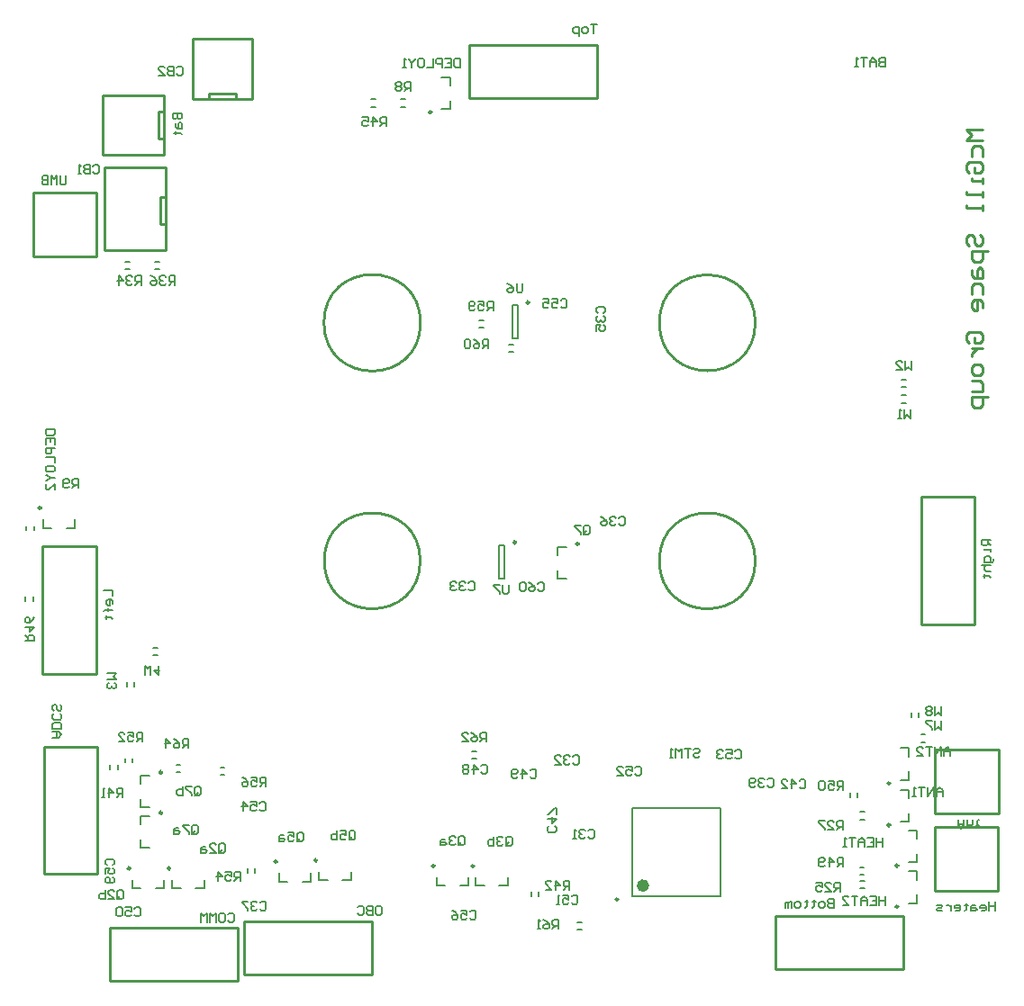
<source format=gbr>
%TF.GenerationSoftware,Altium Limited,Altium Designer,18.1.7 (191)*%
G04 Layer_Color=32896*
%FSLAX45Y45*%
%MOMM*%
%TF.FileFunction,Legend,Bot*%
%TF.Part,Single*%
G01*
G75*
%TA.AperFunction,NonConductor*%
%ADD10C,0.25400*%
%ADD72C,0.25000*%
%ADD73C,0.60000*%
%ADD74C,0.20000*%
%ADD75C,0.15000*%
D10*
X8575998Y5850000D02*
G03*
X8575998Y5850000I-450999J0D01*
G01*
X8575999Y8090000D02*
G03*
X8575999Y8090000I-450999J0D01*
G01*
X5425998Y5850000D02*
G03*
X5425998Y5850000I-450999J0D01*
G01*
X5428982Y8090000D02*
G03*
X5428982Y8090000I-453982J0D01*
G01*
X3770000Y1959193D02*
Y2459198D01*
X4969998D01*
Y1959193D02*
Y2459198D01*
X3770000Y1959193D02*
X4969998D01*
X2509998Y1900001D02*
Y2400000D01*
X3710000D01*
Y1900001D02*
Y2400000D01*
X2509998Y1900001D02*
X3710000D01*
X1889999Y2902499D02*
X2389998D01*
X1889999D02*
Y4102501D01*
X2389998D01*
Y2902499D02*
Y4102501D01*
X2384999Y8714999D02*
Y9314998D01*
X1785000D02*
X2384999D01*
X1785000Y8714999D02*
Y9314998D01*
Y8714999D02*
X2384999D01*
X2460000Y8770000D02*
X3034000D01*
X2460000D02*
Y9549999D01*
X3034000D01*
Y8770000D02*
Y9549999D01*
X2979999Y9020998D02*
X3034000D01*
X2979999D02*
Y9274998D01*
X3034000D01*
X8767501Y2512502D02*
X9967498D01*
X8767501Y2012498D02*
Y2512502D01*
Y2012498D02*
X9967498D01*
Y2512502D01*
X10260000Y2747498D02*
Y3347502D01*
Y2747498D02*
X10859999D01*
Y3347502D01*
X10260000D02*
X10859999D01*
X2444999Y9671101D02*
X3016499D01*
Y10229901D01*
X2444999Y9671101D02*
Y10229901D01*
X2965699Y9823501D02*
X3016499D01*
X2965699D02*
Y10077501D01*
X3016499D01*
X2444999Y10229901D02*
X3016499D01*
X1877502Y4787499D02*
Y5987501D01*
Y4787499D02*
X2377501D01*
X1877502Y5987501D02*
X2377501D01*
Y4787499D02*
Y5987501D01*
X10140000Y5255001D02*
Y6454999D01*
Y5255001D02*
X10639999D01*
Y6454999D01*
X10140000D02*
X10639999D01*
X3286100Y10193503D02*
Y10765003D01*
Y10193503D02*
X3844900D01*
X3286100Y10765003D02*
X3844900D01*
X3438500Y10193503D02*
Y10244303D01*
X3692500D01*
Y10193503D02*
Y10244303D01*
X3844900Y10193503D02*
Y10765003D01*
X7089999Y10207498D02*
Y10707502D01*
X5890001Y10207498D02*
X7089999D01*
X5890001D02*
Y10707502D01*
X7089999D01*
X10262499Y3474999D02*
Y4074998D01*
Y3474999D02*
X10862498D01*
Y4074998D01*
X10262499D02*
X10862498D01*
X10715000Y9905000D02*
X10562649D01*
X10613433Y9854217D01*
X10562649Y9803433D01*
X10715000D01*
X10613433Y9651082D02*
Y9727257D01*
X10638825Y9752649D01*
X10689608D01*
X10715000Y9727257D01*
Y9651082D01*
X10588041Y9498731D02*
X10562649Y9524123D01*
Y9574907D01*
X10588041Y9600299D01*
X10689608D01*
X10715000Y9574907D01*
Y9524123D01*
X10689608Y9498731D01*
X10638825D01*
Y9549515D01*
X10715000Y9447948D02*
Y9397164D01*
Y9422556D01*
X10613433D01*
Y9447948D01*
X10715000Y9320989D02*
Y9270205D01*
Y9295597D01*
X10562649D01*
Y9320989D01*
X10715000Y9194030D02*
Y9143247D01*
Y9168638D01*
X10562649D01*
Y9194030D01*
X10588041Y8813153D02*
X10562649Y8838545D01*
Y8889329D01*
X10588041Y8914721D01*
X10613433D01*
X10638825Y8889329D01*
Y8838545D01*
X10664216Y8813153D01*
X10689608D01*
X10715000Y8838545D01*
Y8889329D01*
X10689608Y8914721D01*
X10765783Y8762370D02*
X10613433D01*
Y8686194D01*
X10638825Y8660803D01*
X10689608D01*
X10715000Y8686194D01*
Y8762370D01*
X10613433Y8584627D02*
Y8533844D01*
X10638825Y8508452D01*
X10715000D01*
Y8584627D01*
X10689608Y8610019D01*
X10664216Y8584627D01*
Y8508452D01*
X10613433Y8356101D02*
Y8432277D01*
X10638825Y8457668D01*
X10689608D01*
X10715000Y8432277D01*
Y8356101D01*
Y8229142D02*
Y8279926D01*
X10689608Y8305318D01*
X10638825D01*
X10613433Y8279926D01*
Y8229142D01*
X10638825Y8203750D01*
X10664216D01*
Y8305318D01*
X10588041Y7899049D02*
X10562649Y7924441D01*
Y7975224D01*
X10588041Y8000616D01*
X10689608D01*
X10715000Y7975224D01*
Y7924441D01*
X10689608Y7899049D01*
X10638825D01*
Y7949833D01*
X10613433Y7848265D02*
X10715000D01*
X10664216D01*
X10638825Y7822874D01*
X10613433Y7797482D01*
Y7772090D01*
X10715000Y7670523D02*
Y7619739D01*
X10689608Y7594348D01*
X10638825D01*
X10613433Y7619739D01*
Y7670523D01*
X10638825Y7695915D01*
X10689608D01*
X10715000Y7670523D01*
X10613433Y7543564D02*
X10689608D01*
X10715000Y7518172D01*
Y7441997D01*
X10613433D01*
X10765783Y7391213D02*
X10613433D01*
Y7315038D01*
X10638825Y7289646D01*
X10689608D01*
X10715000Y7315038D01*
Y7391213D01*
D72*
X3000000Y3480000D02*
G03*
X3000000Y3480000I-12500J0D01*
G01*
X2700000Y2957500D02*
G03*
X2700000Y2957500I-12500J0D01*
G01*
X3077500D02*
G03*
X3077500Y2957500I-12500J0D01*
G01*
X7287500Y2665000D02*
G03*
X7287500Y2665000I-12500J0D01*
G01*
X3000000Y3860000D02*
G03*
X3000000Y3860000I-12500J0D01*
G01*
X4457500Y3032500D02*
G03*
X4457500Y3032500I-12500J0D01*
G01*
X5932500Y2980000D02*
G03*
X5932500Y2980000I-12500J0D01*
G01*
X4080000Y3020000D02*
G03*
X4080000Y3020000I-12500J0D01*
G01*
X9920000Y2982500D02*
G03*
X9920000Y2982500I-12500J0D01*
G01*
X9845000Y3757500D02*
G03*
X9845000Y3757500I-12500J0D01*
G01*
X1862500Y6347500D02*
G03*
X1862500Y6347500I-12500J0D01*
G01*
X5532500Y10072500D02*
G03*
X5532500Y10072500I-12500J0D01*
G01*
X5562500Y2980000D02*
G03*
X5562500Y2980000I-12500J0D01*
G01*
X6327500Y6025000D02*
G03*
X6327500Y6025000I-12500J0D01*
G01*
X6450000Y8282500D02*
G03*
X6450000Y8282500I-12500J0D01*
G01*
X6917500Y6010000D02*
G03*
X6917500Y6010000I-12500J0D01*
G01*
X9845000Y3365000D02*
G03*
X9845000Y3365000I-12500J0D01*
G01*
X9920000Y2597500D02*
G03*
X9920000Y2597500I-12500J0D01*
G01*
D73*
X7550000Y2795000D02*
G03*
X7550000Y2795000I-30000J0D01*
G01*
D74*
X2799999Y3150001D02*
Y3230001D01*
Y3150001D02*
X2879999D01*
X2799999Y3370001D02*
Y3450001D01*
X2879999D01*
X2937500Y2770002D02*
X3017500D01*
Y2850002D01*
X2717500Y2770002D02*
X2797500D01*
X2717500D02*
Y2850002D01*
X3802502Y2915001D02*
Y2955000D01*
X3872499Y2915001D02*
Y2955000D01*
X3315000Y2770002D02*
X3395000D01*
Y2850002D01*
X3095000Y2770002D02*
X3175000D01*
X3095000D02*
Y2850002D01*
X8250001Y2695001D02*
Y3525002D01*
X7420000D02*
X8250001D01*
X7420000Y2695001D02*
X8250001D01*
X7420000D02*
Y3525002D01*
X3132501Y3860002D02*
X3172501D01*
X3132501Y3930000D02*
X3172501D01*
X2799999Y3830000D02*
X2879999D01*
X2799999Y3750000D02*
Y3830000D01*
Y3530001D02*
X2879999D01*
X2799999D02*
Y3610000D01*
X5915000Y4060002D02*
X5955000D01*
X5915000Y3990000D02*
X5955000D01*
X4475002Y2844998D02*
Y2924998D01*
Y2844998D02*
X4555002D01*
X4775002D02*
Y2924998D01*
X4695002Y2844998D02*
X4775002D01*
X5950001Y2792501D02*
Y2872501D01*
Y2792501D02*
X6030001D01*
X6250000D02*
Y2872501D01*
X6170000Y2792501D02*
X6250000D01*
X3547501Y3834999D02*
X3587501D01*
X3547501Y3905001D02*
X3587501D01*
X4097503Y2832501D02*
Y2912501D01*
Y2832501D02*
X4177502D01*
X4397502D02*
Y2912501D01*
X4317502Y2832501D02*
X4397502D01*
X6472499Y2697500D02*
Y2737500D01*
X6542502Y2697500D02*
Y2737500D01*
X2650002Y3952499D02*
Y3992499D01*
X2720000Y3952499D02*
Y3992499D01*
X9540001Y3630000D02*
Y3670000D01*
X9469999Y3630000D02*
Y3670000D01*
X9557502Y2895001D02*
X9597502D01*
X9557502Y2964998D02*
X9597502D01*
X1714998Y5472501D02*
Y5512501D01*
X1785000Y5472501D02*
Y5512501D01*
X4967498Y10192502D02*
X5007498D01*
X4967498Y10122499D02*
X5007498D01*
X10095001Y3232501D02*
Y3312500D01*
X10015002D02*
X10095001D01*
Y3012501D02*
Y3092501D01*
X10015002Y3012501D02*
X10095001D01*
X10020000Y4007500D02*
Y4087500D01*
X9940000D02*
X10020000D01*
Y3787501D02*
Y3867501D01*
X9940000Y3787501D02*
X10020000D01*
X2100001Y6159998D02*
X2180001D01*
Y6239998D01*
X1880001Y6159998D02*
X1960001D01*
X1880001D02*
Y6239998D01*
X5707502Y10322499D02*
Y10402499D01*
X5627502D02*
X5707502D01*
Y10102499D02*
Y10182499D01*
X5627502Y10102499D02*
X5707502D01*
X5579999Y2792501D02*
Y2872501D01*
Y2792501D02*
X5659999D01*
X5879998D02*
Y2872501D01*
X5799999Y2792501D02*
X5879998D01*
X6170000Y5687502D02*
Y5997499D01*
X6219998Y5687502D02*
Y5997499D01*
X6170000Y5687502D02*
X6219998D01*
X6170000Y5997499D02*
X6219998D01*
X6292499Y7944998D02*
Y8255000D01*
X6342502Y7944998D02*
Y8255000D01*
X6292499Y7944998D02*
X6342502D01*
X6292499Y8255000D02*
X6342502D01*
X2512502Y3887500D02*
Y3927500D01*
X2582499Y3887500D02*
Y3927500D01*
X2932501Y8665002D02*
X2972501D01*
X2932501Y8594999D02*
X2972501D01*
X2655001Y8667501D02*
X2695001D01*
X2655001Y8597499D02*
X2695001D01*
X9560001Y3417499D02*
X9600001D01*
X9560001Y3487501D02*
X9600001D01*
X1794998Y6137499D02*
Y6177498D01*
X1725000Y6137499D02*
Y6177498D01*
X5244998Y10122499D02*
X5284998D01*
X5244998Y10192502D02*
X5284998D01*
X9562501Y2772501D02*
X9602500D01*
X9562501Y2842499D02*
X9602500D01*
X6717497Y5679999D02*
Y5759999D01*
Y5679999D02*
X6797502D01*
X6717497Y5899998D02*
Y5979998D01*
X6797502D01*
X5979998Y8115000D02*
X6019998D01*
X5979998Y8044998D02*
X6019998D01*
X6257498Y7815001D02*
X6297498D01*
X6257498Y7884998D02*
X6297498D01*
X6902501Y2382500D02*
X6942501D01*
X6902501Y2452502D02*
X6942501D01*
X10020000Y3614999D02*
Y3694999D01*
X9940000D02*
X10020000D01*
Y3395000D02*
Y3474999D01*
X9940000Y3395000D02*
X10020000D01*
X10095001Y2847497D02*
Y2927502D01*
X10015002D02*
X10095001D01*
Y2627498D02*
Y2707498D01*
X10015002Y2627498D02*
X10095001D01*
X9949998Y7484999D02*
X9989998D01*
X9949998Y7555001D02*
X9989998D01*
X9949998Y7337501D02*
X9989998D01*
X9949998Y7407499D02*
X9989998D01*
X2915001Y5032502D02*
X2955000D01*
X2915001Y4962500D02*
X2955000D01*
X2740000Y4669998D02*
Y4709998D01*
X2670002Y4669998D02*
Y4709998D01*
X10135001Y4214998D02*
X10175001D01*
X10135001Y4145001D02*
X10175001D01*
X10044999Y4380001D02*
Y4420001D01*
X10115001Y4380001D02*
Y4420001D01*
D75*
X5022514Y2604168D02*
X5050838D01*
X5065000Y2590005D01*
Y2533357D01*
X5050838Y2519195D01*
X5022514D01*
X5008352Y2533357D01*
Y2590005D01*
X5022514Y2604168D01*
X4980027D02*
Y2519195D01*
X4937541D01*
X4923379Y2533357D01*
Y2547519D01*
X4937541Y2561681D01*
X4980027D01*
X4937541D01*
X4923379Y2575843D01*
Y2590005D01*
X4937541Y2604168D01*
X4980027D01*
X4838406Y2590005D02*
X4852568Y2604168D01*
X4880893D01*
X4895055Y2590005D01*
Y2533357D01*
X4880893Y2519195D01*
X4852568D01*
X4838406Y2533357D01*
X3618352Y2523310D02*
X3632514Y2537472D01*
X3660838D01*
X3675000Y2523310D01*
Y2466662D01*
X3660838Y2452500D01*
X3632514D01*
X3618352Y2466662D01*
X3547541Y2537472D02*
X3575865D01*
X3590027Y2523310D01*
Y2466662D01*
X3575865Y2452500D01*
X3547541D01*
X3533379Y2466662D01*
Y2523310D01*
X3547541Y2537472D01*
X3505055Y2452500D02*
Y2537472D01*
X3476730Y2509148D01*
X3448406Y2537472D01*
Y2452500D01*
X3420082D02*
Y2537472D01*
X3391758Y2509148D01*
X3363434Y2537472D01*
Y2452500D01*
X1970000Y4187500D02*
X2026648D01*
X2054973Y4215824D01*
X2026648Y4244148D01*
X1970000D01*
X2012486D01*
Y4187500D01*
X2054973Y4272473D02*
X1970000D01*
Y4314959D01*
X1984162Y4329121D01*
X2040811D01*
X2054973Y4314959D01*
Y4272473D01*
X2040811Y4414094D02*
X2054973Y4399932D01*
Y4371607D01*
X2040811Y4357445D01*
X1984162D01*
X1970000Y4371607D01*
Y4399932D01*
X1984162Y4414094D01*
X2040811Y4499066D02*
X2054973Y4484904D01*
Y4456580D01*
X2040811Y4442418D01*
X2026648D01*
X2012486Y4456580D01*
Y4484904D01*
X1998324Y4499066D01*
X1984162D01*
X1970000Y4484904D01*
Y4456580D01*
X1984162Y4442418D01*
X3280852Y3296662D02*
Y3353311D01*
X3295014Y3367473D01*
X3323338D01*
X3337500Y3353311D01*
Y3296662D01*
X3323338Y3282500D01*
X3295014D01*
X3309176Y3310824D02*
X3280852Y3282500D01*
X3295014D02*
X3280852Y3296662D01*
X3252527Y3367473D02*
X3195879D01*
Y3353311D01*
X3252527Y3296662D01*
Y3282500D01*
X3153393Y3339148D02*
X3125068D01*
X3110906Y3324986D01*
Y3282500D01*
X3153393D01*
X3167555Y3296662D01*
X3153393Y3310824D01*
X3110906D01*
X2479189Y2988352D02*
X2465027Y3002514D01*
Y3030838D01*
X2479189Y3045000D01*
X2535838D01*
X2550000Y3030838D01*
Y3002514D01*
X2535838Y2988352D01*
X2465027Y2903379D02*
Y2960027D01*
X2507514D01*
X2493352Y2931703D01*
Y2917541D01*
X2507514Y2903379D01*
X2535838D01*
X2550000Y2917541D01*
Y2945865D01*
X2535838Y2960027D01*
Y2875055D02*
X2550000Y2860893D01*
Y2832568D01*
X2535838Y2818406D01*
X2479189D01*
X2465027Y2832568D01*
Y2860893D01*
X2479189Y2875055D01*
X2493352D01*
X2507514Y2860893D01*
Y2818406D01*
X2575852Y2681662D02*
Y2738311D01*
X2590014Y2752473D01*
X2618338D01*
X2632500Y2738311D01*
Y2681662D01*
X2618338Y2667500D01*
X2590014D01*
X2604176Y2695824D02*
X2575852Y2667500D01*
X2590014D02*
X2575852Y2681662D01*
X2490879Y2667500D02*
X2547527D01*
X2490879Y2724148D01*
Y2738311D01*
X2505041Y2752473D01*
X2533365D01*
X2547527Y2738311D01*
X2462555Y2752473D02*
Y2667500D01*
X2420068D01*
X2405906Y2681662D01*
Y2695824D01*
Y2709986D01*
X2420068Y2724148D01*
X2462555D01*
X3735000Y2842500D02*
Y2927473D01*
X3692514D01*
X3678352Y2913311D01*
Y2884986D01*
X3692514Y2870824D01*
X3735000D01*
X3706676D02*
X3678352Y2842500D01*
X3593379Y2927473D02*
X3650027D01*
Y2884986D01*
X3621703Y2899148D01*
X3607541D01*
X3593379Y2884986D01*
Y2856662D01*
X3607541Y2842500D01*
X3635865D01*
X3650027Y2856662D01*
X3522568Y2842500D02*
Y2927473D01*
X3565055Y2884986D01*
X3508406D01*
X3535852Y3119162D02*
Y3175811D01*
X3550014Y3189973D01*
X3578338D01*
X3592500Y3175811D01*
Y3119162D01*
X3578338Y3105000D01*
X3550014D01*
X3564176Y3133324D02*
X3535852Y3105000D01*
X3550014D02*
X3535852Y3119162D01*
X3450879Y3105000D02*
X3507527D01*
X3450879Y3161648D01*
Y3175811D01*
X3465041Y3189973D01*
X3493365D01*
X3507527Y3175811D01*
X3408393Y3161648D02*
X3380068D01*
X3365906Y3147486D01*
Y3105000D01*
X3408393D01*
X3422555Y3119162D01*
X3408393Y3133324D01*
X3365906D01*
X2738352Y2575810D02*
X2752514Y2589972D01*
X2780838D01*
X2795000Y2575810D01*
Y2519162D01*
X2780838Y2505000D01*
X2752514D01*
X2738352Y2519162D01*
X2653379Y2589972D02*
X2710028D01*
Y2547486D01*
X2681703Y2561648D01*
X2667541D01*
X2653379Y2547486D01*
Y2519162D01*
X2667541Y2505000D01*
X2695866D01*
X2710028Y2519162D01*
X2625055Y2575810D02*
X2610893Y2589972D01*
X2582569D01*
X2568407Y2575810D01*
Y2519162D01*
X2582569Y2505000D01*
X2610893D01*
X2625055Y2519162D01*
Y2575810D01*
X3915852Y3568311D02*
X3930014Y3582473D01*
X3958338D01*
X3972500Y3568311D01*
Y3511662D01*
X3958338Y3497500D01*
X3930014D01*
X3915852Y3511662D01*
X3830879Y3582473D02*
X3887527D01*
Y3539986D01*
X3859203Y3554148D01*
X3845041D01*
X3830879Y3539986D01*
Y3511662D01*
X3845041Y3497500D01*
X3873365D01*
X3887527Y3511662D01*
X3760068Y3497500D02*
Y3582473D01*
X3802555Y3539986D01*
X3745906D01*
X2097500Y9474973D02*
Y9404162D01*
X2083338Y9390000D01*
X2055014D01*
X2040852Y9404162D01*
Y9474973D01*
X2012527Y9390000D02*
Y9474973D01*
X1984203Y9446648D01*
X1955879Y9474973D01*
Y9390000D01*
X1927555Y9474973D02*
Y9390000D01*
X1885068D01*
X1870906Y9404162D01*
Y9418324D01*
X1885068Y9432486D01*
X1927555D01*
X1885068D01*
X1870906Y9446648D01*
Y9460811D01*
X1885068Y9474973D01*
X1927555D01*
X2350852Y9563311D02*
X2365014Y9577473D01*
X2393338D01*
X2407500Y9563311D01*
Y9506662D01*
X2393338Y9492500D01*
X2365014D01*
X2350852Y9506662D01*
X2322527Y9577473D02*
Y9492500D01*
X2280041D01*
X2265879Y9506662D01*
Y9520824D01*
X2280041Y9534986D01*
X2322527D01*
X2280041D01*
X2265879Y9549148D01*
Y9563311D01*
X2280041Y9577473D01*
X2322527D01*
X2237555Y9492500D02*
X2209230D01*
X2223393D01*
Y9577473D01*
X2237555Y9563311D01*
X9312500Y2672473D02*
Y2587500D01*
X9270014D01*
X9255852Y2601662D01*
Y2615824D01*
X9270014Y2629986D01*
X9312500D01*
X9270014D01*
X9255852Y2644148D01*
Y2658311D01*
X9270014Y2672473D01*
X9312500D01*
X9213365Y2587500D02*
X9185041D01*
X9170879Y2601662D01*
Y2629986D01*
X9185041Y2644148D01*
X9213365D01*
X9227527Y2629986D01*
Y2601662D01*
X9213365Y2587500D01*
X9128393Y2658311D02*
Y2644148D01*
X9142555D01*
X9114230D01*
X9128393D01*
Y2601662D01*
X9114230Y2587500D01*
X9057582Y2658311D02*
Y2644148D01*
X9071744D01*
X9043420D01*
X9057582D01*
Y2601662D01*
X9043420Y2587500D01*
X8986771D02*
X8958447D01*
X8944285Y2601662D01*
Y2629986D01*
X8958447Y2644148D01*
X8986771D01*
X9000933Y2629986D01*
Y2601662D01*
X8986771Y2587500D01*
X8915961D02*
Y2644148D01*
X8901799D01*
X8887637Y2629986D01*
Y2587500D01*
Y2629986D01*
X8873475Y2644148D01*
X8859312Y2629986D01*
Y2587500D01*
X10830000Y2642473D02*
Y2557500D01*
Y2599986D01*
X10773352D01*
Y2642473D01*
Y2557500D01*
X10702541D02*
X10730865D01*
X10745027Y2571662D01*
Y2599986D01*
X10730865Y2614148D01*
X10702541D01*
X10688379Y2599986D01*
Y2585824D01*
X10745027D01*
X10645893Y2614148D02*
X10617568D01*
X10603406Y2599986D01*
Y2557500D01*
X10645893D01*
X10660055Y2571662D01*
X10645893Y2585824D01*
X10603406D01*
X10560920Y2628311D02*
Y2614148D01*
X10575082D01*
X10546758D01*
X10560920D01*
Y2571662D01*
X10546758Y2557500D01*
X10461785D02*
X10490109D01*
X10504271Y2571662D01*
Y2599986D01*
X10490109Y2614148D01*
X10461785D01*
X10447623Y2599986D01*
Y2585824D01*
X10504271D01*
X10419299Y2614148D02*
Y2557500D01*
Y2585824D01*
X10405137Y2599986D01*
X10390974Y2614148D01*
X10376812D01*
X10334326Y2557500D02*
X10291840D01*
X10277678Y2571662D01*
X10291840Y2585824D01*
X10320164D01*
X10334326Y2599986D01*
X10320164Y2614148D01*
X10277678D01*
X3097527Y10062500D02*
X3182500D01*
Y10020014D01*
X3168338Y10005852D01*
X3154176D01*
X3140014Y10020014D01*
Y10062500D01*
Y10020014D01*
X3125852Y10005852D01*
X3111689D01*
X3097527Y10020014D01*
Y10062500D01*
X3125852Y9963365D02*
Y9935041D01*
X3140014Y9920879D01*
X3182500D01*
Y9963365D01*
X3168338Y9977527D01*
X3154176Y9963365D01*
Y9920879D01*
X3111689Y9878393D02*
X3125852D01*
Y9892555D01*
Y9864230D01*
Y9878393D01*
X3168338D01*
X3182500Y9864230D01*
X2450027Y5575000D02*
X2535000D01*
Y5518352D01*
Y5447541D02*
Y5475865D01*
X2520838Y5490027D01*
X2492513D01*
X2478351Y5475865D01*
Y5447541D01*
X2492513Y5433379D01*
X2506675D01*
Y5490027D01*
X2535000Y5390893D02*
X2464189D01*
X2492513D01*
Y5405055D01*
Y5376730D01*
Y5390893D01*
X2464189D01*
X2450027Y5376730D01*
X2464189Y5320082D02*
X2478351D01*
Y5334244D01*
Y5305920D01*
Y5320082D01*
X2520838D01*
X2535000Y5305920D01*
X10790000Y6050000D02*
X10705027D01*
Y6007514D01*
X10719189Y5993352D01*
X10747513D01*
X10761675Y6007514D01*
Y6050000D01*
Y6021676D02*
X10790000Y5993352D01*
Y5965027D02*
Y5936703D01*
Y5950865D01*
X10733351D01*
Y5965027D01*
X10818324Y5865893D02*
Y5851730D01*
X10804162Y5837568D01*
X10733351D01*
Y5880055D01*
X10747513Y5894217D01*
X10775838D01*
X10790000Y5880055D01*
Y5837568D01*
X10705027Y5809244D02*
X10790000D01*
X10747513D01*
X10733351Y5795082D01*
Y5766758D01*
X10747513Y5752596D01*
X10790000D01*
X10719189Y5710109D02*
X10733351D01*
Y5724272D01*
Y5695947D01*
Y5710109D01*
X10775838D01*
X10790000Y5695947D01*
X3135852Y10490811D02*
X3150014Y10504973D01*
X3178338D01*
X3192500Y10490811D01*
Y10434162D01*
X3178338Y10420000D01*
X3150014D01*
X3135852Y10434162D01*
X3107527Y10504973D02*
Y10420000D01*
X3065041D01*
X3050879Y10434162D01*
Y10448324D01*
X3065041Y10462486D01*
X3107527D01*
X3065041D01*
X3050879Y10476648D01*
Y10490811D01*
X3065041Y10504973D01*
X3107527D01*
X2965906Y10420000D02*
X3022555D01*
X2965906Y10476648D01*
Y10490811D01*
X2980068Y10504973D01*
X3008393D01*
X3022555Y10490811D01*
X7086600Y10900293D02*
X7029952D01*
X7058276D01*
Y10815320D01*
X6987465D02*
X6959141D01*
X6944979Y10829482D01*
Y10857806D01*
X6959141Y10871968D01*
X6987465D01*
X7001627Y10857806D01*
Y10829482D01*
X6987465Y10815320D01*
X6916655Y10786996D02*
Y10871968D01*
X6874168D01*
X6860006Y10857806D01*
Y10829482D01*
X6874168Y10815320D01*
X6916655D01*
X10480000Y3417500D02*
Y3360852D01*
X10508324Y3332527D01*
X10536648Y3360852D01*
Y3417500D01*
Y3375014D01*
X10480000D01*
X10564973Y3417500D02*
Y3360852D01*
X10607459D01*
X10621621Y3375014D01*
Y3417500D01*
X10664107Y3346690D02*
Y3360852D01*
X10649945D01*
X10678270D01*
X10664107D01*
Y3403338D01*
X10678270Y3417500D01*
X7998352Y4070811D02*
X8012514Y4084973D01*
X8040838D01*
X8055000Y4070811D01*
Y4056648D01*
X8040838Y4042486D01*
X8012514D01*
X7998352Y4028324D01*
Y4014162D01*
X8012514Y4000000D01*
X8040838D01*
X8055000Y4014162D01*
X7970027Y4084973D02*
X7913379D01*
X7941703D01*
Y4000000D01*
X7885055D02*
Y4084973D01*
X7856730Y4056648D01*
X7828406Y4084973D01*
Y4000000D01*
X7800082D02*
X7771758D01*
X7785920D01*
Y4084973D01*
X7800082Y4070811D01*
X3247500Y4087500D02*
Y4172473D01*
X3205013D01*
X3190851Y4158311D01*
Y4129986D01*
X3205013Y4115824D01*
X3247500D01*
X3219175D02*
X3190851Y4087500D01*
X3105879Y4172473D02*
X3134203Y4158311D01*
X3162527Y4129986D01*
Y4101662D01*
X3148365Y4087500D01*
X3120041D01*
X3105879Y4101662D01*
Y4115824D01*
X3120041Y4129986D01*
X3162527D01*
X3035068Y4087500D02*
Y4172473D01*
X3077554Y4129986D01*
X3020906D01*
X3308352Y3656662D02*
Y3713311D01*
X3322514Y3727473D01*
X3350838D01*
X3365000Y3713311D01*
Y3656662D01*
X3350838Y3642500D01*
X3322514D01*
X3336676Y3670824D02*
X3308352Y3642500D01*
X3322514D02*
X3308352Y3656662D01*
X3280027Y3727473D02*
X3223379D01*
Y3713311D01*
X3280027Y3656662D01*
Y3642500D01*
X3195055Y3727473D02*
Y3642500D01*
X3152568D01*
X3138406Y3656662D01*
Y3670824D01*
Y3684986D01*
X3152568Y3699148D01*
X3195055D01*
X6045200Y4150360D02*
Y4235333D01*
X6002714D01*
X5988552Y4221171D01*
Y4192846D01*
X6002714Y4178684D01*
X6045200D01*
X6016876D02*
X5988552Y4150360D01*
X5903579Y4235333D02*
X5931903Y4221171D01*
X5960227Y4192846D01*
Y4164522D01*
X5946065Y4150360D01*
X5917741D01*
X5903579Y4164522D01*
Y4178684D01*
X5917741Y4192846D01*
X5960227D01*
X5818606Y4150360D02*
X5875255D01*
X5818606Y4207008D01*
Y4221171D01*
X5832768Y4235333D01*
X5861093D01*
X5875255Y4221171D01*
X4758432Y3239562D02*
Y3296211D01*
X4772594Y3310373D01*
X4800918D01*
X4815080Y3296211D01*
Y3239562D01*
X4800918Y3225400D01*
X4772594D01*
X4786756Y3253724D02*
X4758432Y3225400D01*
X4772594D02*
X4758432Y3239562D01*
X4673459Y3310373D02*
X4730107D01*
Y3267886D01*
X4701783Y3282048D01*
X4687621D01*
X4673459Y3267886D01*
Y3239562D01*
X4687621Y3225400D01*
X4715945D01*
X4730107Y3239562D01*
X4645135Y3310373D02*
Y3225400D01*
X4602648D01*
X4588486Y3239562D01*
Y3253724D01*
Y3267886D01*
X4602648Y3282048D01*
X4645135D01*
X6232392Y3186622D02*
Y3243271D01*
X6246554Y3257433D01*
X6274878D01*
X6289040Y3243271D01*
Y3186622D01*
X6274878Y3172460D01*
X6246554D01*
X6260716Y3200784D02*
X6232392Y3172460D01*
X6246554D02*
X6232392Y3186622D01*
X6204067Y3243271D02*
X6189905Y3257433D01*
X6161581D01*
X6147419Y3243271D01*
Y3229108D01*
X6161581Y3214946D01*
X6175743D01*
X6161581D01*
X6147419Y3200784D01*
Y3186622D01*
X6161581Y3172460D01*
X6189905D01*
X6204067Y3186622D01*
X6119095Y3257433D02*
Y3172460D01*
X6076608D01*
X6062446Y3186622D01*
Y3200784D01*
Y3214946D01*
X6076608Y3229108D01*
X6119095D01*
X3977500Y3730000D02*
Y3814973D01*
X3935014D01*
X3920852Y3800811D01*
Y3772486D01*
X3935014Y3758324D01*
X3977500D01*
X3949176D02*
X3920852Y3730000D01*
X3835879Y3814973D02*
X3892527D01*
Y3772486D01*
X3864203Y3786648D01*
X3850041D01*
X3835879Y3772486D01*
Y3744162D01*
X3850041Y3730000D01*
X3878365D01*
X3892527Y3744162D01*
X3750906Y3814973D02*
X3779230Y3800811D01*
X3807555Y3772486D01*
Y3744162D01*
X3793393Y3730000D01*
X3765068D01*
X3750906Y3744162D01*
Y3758324D01*
X3765068Y3772486D01*
X3807555D01*
X4268351Y3224162D02*
Y3280811D01*
X4282513Y3294973D01*
X4310837D01*
X4324999Y3280811D01*
Y3224162D01*
X4310837Y3210000D01*
X4282513D01*
X4296675Y3238324D02*
X4268351Y3210000D01*
X4282513D02*
X4268351Y3224162D01*
X4183378Y3294973D02*
X4240027D01*
Y3252486D01*
X4211703Y3266648D01*
X4197541D01*
X4183378Y3252486D01*
Y3224162D01*
X4197541Y3210000D01*
X4225865D01*
X4240027Y3224162D01*
X4140892Y3266648D02*
X4112568D01*
X4098406Y3252486D01*
Y3210000D01*
X4140892D01*
X4155054Y3224162D01*
X4140892Y3238324D01*
X4098406D01*
X6830000Y2757500D02*
Y2842473D01*
X6787514D01*
X6773352Y2828311D01*
Y2799986D01*
X6787514Y2785824D01*
X6830000D01*
X6801676D02*
X6773352Y2757500D01*
X6702541D02*
Y2842473D01*
X6745027Y2799986D01*
X6688379D01*
X6603406Y2757500D02*
X6660055D01*
X6603406Y2814148D01*
Y2828311D01*
X6617568Y2842473D01*
X6645893D01*
X6660055Y2828311D01*
X2817500Y4150000D02*
Y4234973D01*
X2775014D01*
X2760852Y4220811D01*
Y4192486D01*
X2775014Y4178324D01*
X2817500D01*
X2789176D02*
X2760852Y4150000D01*
X2675879Y4234973D02*
X2732527D01*
Y4192486D01*
X2704203Y4206648D01*
X2690041D01*
X2675879Y4192486D01*
Y4164162D01*
X2690041Y4150000D01*
X2718365D01*
X2732527Y4164162D01*
X2590906Y4150000D02*
X2647555D01*
X2590906Y4206648D01*
Y4220811D01*
X2605068Y4234973D01*
X2633393D01*
X2647555Y4220811D01*
X9402500Y3697500D02*
Y3782473D01*
X9360014D01*
X9345852Y3768311D01*
Y3739986D01*
X9360014Y3725824D01*
X9402500D01*
X9374176D02*
X9345852Y3697500D01*
X9260879Y3782473D02*
X9317527D01*
Y3739986D01*
X9289203Y3754148D01*
X9275041D01*
X9260879Y3739986D01*
Y3711662D01*
X9275041Y3697500D01*
X9303365D01*
X9317527Y3711662D01*
X9232555Y3768311D02*
X9218393Y3782473D01*
X9190068D01*
X9175906Y3768311D01*
Y3711662D01*
X9190068Y3697500D01*
X9218393D01*
X9232555Y3711662D01*
Y3768311D01*
X9402500Y2972500D02*
Y3057473D01*
X9360014D01*
X9345852Y3043311D01*
Y3014987D01*
X9360014Y3000825D01*
X9402500D01*
X9374176D02*
X9345852Y2972500D01*
X9275041D02*
Y3057473D01*
X9317527Y3014987D01*
X9260879D01*
X9232555Y2986662D02*
X9218393Y2972500D01*
X9190068D01*
X9175906Y2986662D01*
Y3043311D01*
X9190068Y3057473D01*
X9218393D01*
X9232555Y3043311D01*
Y3029149D01*
X9218393Y3014987D01*
X9175906D01*
X1712500Y5095000D02*
X1797473D01*
Y5137487D01*
X1783311Y5151649D01*
X1754986D01*
X1740824Y5137487D01*
Y5095000D01*
Y5123325D02*
X1712500Y5151649D01*
Y5222459D02*
X1797473D01*
X1754986Y5179973D01*
Y5236621D01*
X1797473Y5321594D02*
X1783311Y5293270D01*
X1754986Y5264946D01*
X1726662D01*
X1712500Y5279108D01*
Y5307432D01*
X1726662Y5321594D01*
X1740824D01*
X1754986Y5307432D01*
Y5264946D01*
X5105000Y9940000D02*
Y10024973D01*
X5062514D01*
X5048352Y10010811D01*
Y9982486D01*
X5062514Y9968324D01*
X5105000D01*
X5076676D02*
X5048352Y9940000D01*
X4977541D02*
Y10024973D01*
X5020027Y9982486D01*
X4963379D01*
X4878406Y10024973D02*
X4935055D01*
Y9982486D01*
X4906730Y9996648D01*
X4892568D01*
X4878406Y9982486D01*
Y9954162D01*
X4892568Y9940000D01*
X4920893D01*
X4935055Y9954162D01*
X9772500Y3247473D02*
Y3162500D01*
Y3204986D01*
X9715852D01*
Y3247473D01*
Y3162500D01*
X9630879Y3247473D02*
X9687527D01*
Y3162500D01*
X9630879D01*
X9687527Y3204986D02*
X9659203D01*
X9602555Y3162500D02*
Y3219148D01*
X9574231Y3247473D01*
X9545906Y3219148D01*
Y3162500D01*
Y3204986D01*
X9602555D01*
X9517582Y3247473D02*
X9460934D01*
X9489258D01*
Y3162500D01*
X9432610D02*
X9404285D01*
X9418448D01*
Y3247473D01*
X9432610Y3233311D01*
X10337500Y3637500D02*
Y3694148D01*
X10309176Y3722473D01*
X10280852Y3694148D01*
Y3637500D01*
Y3679986D01*
X10337500D01*
X10252527Y3637500D02*
Y3722473D01*
X10195879Y3637500D01*
Y3722473D01*
X10167555D02*
X10110906D01*
X10139230D01*
Y3637500D01*
X10082582D02*
X10054258D01*
X10068420D01*
Y3722473D01*
X10082582Y3708311D01*
X1905027Y7085000D02*
X1990000D01*
Y7042514D01*
X1975838Y7028352D01*
X1919189D01*
X1905027Y7042514D01*
Y7085000D01*
Y6943379D02*
Y7000027D01*
X1990000D01*
Y6943379D01*
X1947514Y7000027D02*
Y6971703D01*
X1990000Y6915055D02*
X1905027D01*
Y6872568D01*
X1919189Y6858406D01*
X1947514D01*
X1961676Y6872568D01*
Y6915055D01*
X1905027Y6830082D02*
X1990000D01*
Y6773434D01*
X1905027Y6702623D02*
Y6730947D01*
X1919189Y6745109D01*
X1975838D01*
X1990000Y6730947D01*
Y6702623D01*
X1975838Y6688461D01*
X1919189D01*
X1905027Y6702623D01*
Y6660137D02*
X1919189D01*
X1947514Y6631812D01*
X1919189Y6603488D01*
X1905027D01*
X1947514Y6631812D02*
X1990000D01*
Y6518516D02*
Y6575164D01*
X1933352Y6518516D01*
X1919189D01*
X1905027Y6532678D01*
Y6561002D01*
X1919189Y6575164D01*
X5800000Y10579973D02*
Y10495000D01*
X5757514D01*
X5743352Y10509162D01*
Y10565811D01*
X5757514Y10579973D01*
X5800000D01*
X5658379D02*
X5715027D01*
Y10495000D01*
X5658379D01*
X5715027Y10537486D02*
X5686703D01*
X5630055Y10495000D02*
Y10579973D01*
X5587568D01*
X5573406Y10565811D01*
Y10537486D01*
X5587568Y10523324D01*
X5630055D01*
X5545082Y10579973D02*
Y10495000D01*
X5488434D01*
X5417623Y10579973D02*
X5445947D01*
X5460109Y10565811D01*
Y10509162D01*
X5445947Y10495000D01*
X5417623D01*
X5403461Y10509162D01*
Y10565811D01*
X5417623Y10579973D01*
X5375137D02*
Y10565811D01*
X5346813Y10537486D01*
X5318488Y10565811D01*
Y10579973D01*
X5346813Y10537486D02*
Y10495000D01*
X5290164D02*
X5261840D01*
X5276002D01*
Y10579973D01*
X5290164Y10565811D01*
X5785852Y3189162D02*
Y3245811D01*
X5800014Y3259973D01*
X5828338D01*
X5842500Y3245811D01*
Y3189162D01*
X5828338Y3175000D01*
X5800014D01*
X5814176Y3203324D02*
X5785852Y3175000D01*
X5800014D02*
X5785852Y3189162D01*
X5757527Y3245811D02*
X5743365Y3259973D01*
X5715041D01*
X5700879Y3245811D01*
Y3231648D01*
X5715041Y3217486D01*
X5729203D01*
X5715041D01*
X5700879Y3203324D01*
Y3189162D01*
X5715041Y3175000D01*
X5743365D01*
X5757527Y3189162D01*
X5658393Y3231648D02*
X5630068D01*
X5615906Y3217486D01*
Y3175000D01*
X5658393D01*
X5672555Y3189162D01*
X5658393Y3203324D01*
X5615906D01*
X5893352Y2548311D02*
X5907514Y2562473D01*
X5935838D01*
X5950000Y2548311D01*
Y2491662D01*
X5935838Y2477500D01*
X5907514D01*
X5893352Y2491662D01*
X5808379Y2562473D02*
X5865027D01*
Y2519986D01*
X5836703Y2534148D01*
X5822541D01*
X5808379Y2519986D01*
Y2491662D01*
X5822541Y2477500D01*
X5850865D01*
X5865027Y2491662D01*
X5723406Y2562473D02*
X5751730Y2548311D01*
X5780055Y2519986D01*
Y2491662D01*
X5765893Y2477500D01*
X5737568D01*
X5723406Y2491662D01*
Y2505824D01*
X5737568Y2519986D01*
X5780055D01*
X6260000Y5627473D02*
Y5556662D01*
X6245838Y5542500D01*
X6217513D01*
X6203351Y5556662D01*
Y5627473D01*
X6175027D02*
X6118379D01*
Y5613311D01*
X6175027Y5556662D01*
Y5542500D01*
X6388100Y8459353D02*
Y8388542D01*
X6373938Y8374380D01*
X6345614D01*
X6331452Y8388542D01*
Y8459353D01*
X6246479D02*
X6274803Y8445191D01*
X6303127Y8416866D01*
Y8388542D01*
X6288965Y8374380D01*
X6260641D01*
X6246479Y8388542D01*
Y8402704D01*
X6260641Y8416866D01*
X6303127D01*
X2630000Y3627500D02*
Y3712473D01*
X2587514D01*
X2573352Y3698311D01*
Y3669986D01*
X2587514Y3655824D01*
X2630000D01*
X2601676D02*
X2573352Y3627500D01*
X2502541D02*
Y3712473D01*
X2545027Y3669986D01*
X2488379D01*
X2460055Y3627500D02*
X2431730D01*
X2445893D01*
Y3712473D01*
X2460055Y3698311D01*
X3120000Y8447500D02*
Y8532473D01*
X3077514D01*
X3063352Y8518311D01*
Y8489986D01*
X3077514Y8475824D01*
X3120000D01*
X3091676D02*
X3063352Y8447500D01*
X3035027Y8518311D02*
X3020865Y8532473D01*
X2992541D01*
X2978379Y8518311D01*
Y8504148D01*
X2992541Y8489986D01*
X3006703D01*
X2992541D01*
X2978379Y8475824D01*
Y8461662D01*
X2992541Y8447500D01*
X3020865D01*
X3035027Y8461662D01*
X2893406Y8532473D02*
X2921731Y8518311D01*
X2950055Y8489986D01*
Y8461662D01*
X2935893Y8447500D01*
X2907568D01*
X2893406Y8461662D01*
Y8475824D01*
X2907568Y8489986D01*
X2950055D01*
X2805000Y8447500D02*
Y8532473D01*
X2762514D01*
X2748352Y8518311D01*
Y8489986D01*
X2762514Y8475824D01*
X2805000D01*
X2776676D02*
X2748352Y8447500D01*
X2720027Y8518311D02*
X2705865Y8532473D01*
X2677541D01*
X2663379Y8518311D01*
Y8504148D01*
X2677541Y8489986D01*
X2691703D01*
X2677541D01*
X2663379Y8475824D01*
Y8461662D01*
X2677541Y8447500D01*
X2705865D01*
X2720027Y8461662D01*
X2592568Y8447500D02*
Y8532473D01*
X2635055Y8489986D01*
X2578406D01*
X9400000Y3317500D02*
Y3402473D01*
X9357514D01*
X9343352Y3388311D01*
Y3359986D01*
X9357514Y3345824D01*
X9400000D01*
X9371676D02*
X9343352Y3317500D01*
X9258379D02*
X9315027D01*
X9258379Y3374148D01*
Y3388311D01*
X9272541Y3402473D01*
X9300865D01*
X9315027Y3388311D01*
X9230055Y3402473D02*
X9173406D01*
Y3388311D01*
X9230055Y3331662D01*
Y3317500D01*
X2212500Y6535000D02*
Y6619973D01*
X2170013D01*
X2155851Y6605811D01*
Y6577486D01*
X2170013Y6563324D01*
X2212500D01*
X2184175D02*
X2155851Y6535000D01*
X2127527Y6549162D02*
X2113365Y6535000D01*
X2085041D01*
X2070879Y6549162D01*
Y6605811D01*
X2085041Y6619973D01*
X2113365D01*
X2127527Y6605811D01*
Y6591648D01*
X2113365Y6577486D01*
X2070879D01*
X5337500Y10272500D02*
Y10357473D01*
X5295014D01*
X5280852Y10343311D01*
Y10314986D01*
X5295014Y10300824D01*
X5337500D01*
X5309176D02*
X5280852Y10272500D01*
X5252527Y10343311D02*
X5238365Y10357473D01*
X5210041D01*
X5195879Y10343311D01*
Y10329148D01*
X5210041Y10314986D01*
X5195879Y10300824D01*
Y10286662D01*
X5210041Y10272500D01*
X5238365D01*
X5252527Y10286662D01*
Y10300824D01*
X5238365Y10314986D01*
X5252527Y10329148D01*
Y10343311D01*
X5238365Y10314986D02*
X5210041D01*
X8386312Y4058611D02*
X8400474Y4072773D01*
X8428798D01*
X8442960Y4058611D01*
Y4001962D01*
X8428798Y3987800D01*
X8400474D01*
X8386312Y4001962D01*
X8301339Y4072773D02*
X8357987D01*
Y4030286D01*
X8329663Y4044448D01*
X8315501D01*
X8301339Y4030286D01*
Y4001962D01*
X8315501Y3987800D01*
X8343825D01*
X8357987Y4001962D01*
X8273015Y4058611D02*
X8258853Y4072773D01*
X8230528D01*
X8216366Y4058611D01*
Y4044448D01*
X8230528Y4030286D01*
X8244690D01*
X8230528D01*
X8216366Y4016124D01*
Y4001962D01*
X8230528Y3987800D01*
X8258853D01*
X8273015Y4001962D01*
X7445852Y3903310D02*
X7460014Y3917472D01*
X7488338D01*
X7502500Y3903310D01*
Y3846662D01*
X7488338Y3832500D01*
X7460014D01*
X7445852Y3846662D01*
X7360879Y3917472D02*
X7417528D01*
Y3874986D01*
X7389203Y3889148D01*
X7375041D01*
X7360879Y3874986D01*
Y3846662D01*
X7375041Y3832500D01*
X7403366D01*
X7417528Y3846662D01*
X7275907Y3832500D02*
X7332555D01*
X7275907Y3889148D01*
Y3903310D01*
X7290069Y3917472D01*
X7318393D01*
X7332555Y3903310D01*
X3920852Y2633156D02*
X3935014Y2647318D01*
X3963338D01*
X3977500Y2633156D01*
Y2576507D01*
X3963338Y2562345D01*
X3935014D01*
X3920852Y2576507D01*
X3892527Y2633156D02*
X3878365Y2647318D01*
X3850041D01*
X3835879Y2633156D01*
Y2618993D01*
X3850041Y2604831D01*
X3864203D01*
X3850041D01*
X3835879Y2590669D01*
Y2576507D01*
X3850041Y2562345D01*
X3878365D01*
X3892527Y2576507D01*
X3807555Y2647318D02*
X3750906D01*
Y2633156D01*
X3807555Y2576507D01*
Y2562345D01*
X5995851Y3918311D02*
X6010013Y3932473D01*
X6038338D01*
X6052500Y3918311D01*
Y3861662D01*
X6038338Y3847500D01*
X6010013D01*
X5995851Y3861662D01*
X5925041Y3847500D02*
Y3932473D01*
X5967527Y3889986D01*
X5910879D01*
X5882554Y3918311D02*
X5868392Y3932473D01*
X5840068D01*
X5825906Y3918311D01*
Y3904148D01*
X5840068Y3889986D01*
X5825906Y3875824D01*
Y3861662D01*
X5840068Y3847500D01*
X5868392D01*
X5882554Y3861662D01*
Y3875824D01*
X5868392Y3889986D01*
X5882554Y3904148D01*
Y3918311D01*
X5868392Y3889986D02*
X5840068D01*
X6690811Y3351648D02*
X6704973Y3337486D01*
Y3309162D01*
X6690811Y3295000D01*
X6634162D01*
X6620000Y3309162D01*
Y3337486D01*
X6634162Y3351648D01*
X6620000Y3422459D02*
X6704973D01*
X6662486Y3379973D01*
Y3436621D01*
X6704973Y3464945D02*
Y3521594D01*
X6690811D01*
X6634162Y3464945D01*
X6620000D01*
X7094189Y8180852D02*
X7080027Y8195014D01*
Y8223338D01*
X7094189Y8237500D01*
X7150838D01*
X7165000Y8223338D01*
Y8195014D01*
X7150838Y8180852D01*
X7094189Y8152527D02*
X7080027Y8138365D01*
Y8110041D01*
X7094189Y8095879D01*
X7108351D01*
X7122513Y8110041D01*
Y8124203D01*
Y8110041D01*
X7136675Y8095879D01*
X7150838D01*
X7165000Y8110041D01*
Y8138365D01*
X7150838Y8152527D01*
X7080027Y8010906D02*
Y8067555D01*
X7122513D01*
X7108351Y8039230D01*
Y8025068D01*
X7122513Y8010906D01*
X7150838D01*
X7165000Y8025068D01*
Y8053393D01*
X7150838Y8067555D01*
X7293351Y6253311D02*
X7307513Y6267473D01*
X7335838D01*
X7350000Y6253311D01*
Y6196662D01*
X7335838Y6182500D01*
X7307513D01*
X7293351Y6196662D01*
X7265027Y6253311D02*
X7250865Y6267473D01*
X7222541D01*
X7208379Y6253311D01*
Y6239148D01*
X7222541Y6224986D01*
X7236703D01*
X7222541D01*
X7208379Y6210824D01*
Y6196662D01*
X7222541Y6182500D01*
X7250865D01*
X7265027Y6196662D01*
X7123406Y6267473D02*
X7151730Y6253311D01*
X7180054Y6224986D01*
Y6196662D01*
X7165892Y6182500D01*
X7137568D01*
X7123406Y6196662D01*
Y6210824D01*
X7137568Y6224986D01*
X7180054D01*
X8691112Y3791911D02*
X8705274Y3806073D01*
X8733598D01*
X8747760Y3791911D01*
Y3735262D01*
X8733598Y3721100D01*
X8705274D01*
X8691112Y3735262D01*
X8662787Y3791911D02*
X8648625Y3806073D01*
X8620301D01*
X8606139Y3791911D01*
Y3777748D01*
X8620301Y3763586D01*
X8634463D01*
X8620301D01*
X8606139Y3749424D01*
Y3735262D01*
X8620301Y3721100D01*
X8648625D01*
X8662787Y3735262D01*
X8577815D02*
X8563653Y3721100D01*
X8535328D01*
X8521166Y3735262D01*
Y3791911D01*
X8535328Y3806073D01*
X8563653D01*
X8577815Y3791911D01*
Y3777748D01*
X8563653Y3763586D01*
X8521166D01*
X8990832Y3779211D02*
X9004994Y3793373D01*
X9033318D01*
X9047480Y3779211D01*
Y3722562D01*
X9033318Y3708400D01*
X9004994D01*
X8990832Y3722562D01*
X8920021Y3708400D02*
Y3793373D01*
X8962507Y3750886D01*
X8905859D01*
X8820886Y3708400D02*
X8877535D01*
X8820886Y3765048D01*
Y3779211D01*
X8835048Y3793373D01*
X8863373D01*
X8877535Y3779211D01*
X6860852Y4005811D02*
X6875014Y4019973D01*
X6903338D01*
X6917500Y4005811D01*
Y3949162D01*
X6903338Y3935000D01*
X6875014D01*
X6860852Y3949162D01*
X6832527Y4005811D02*
X6818365Y4019973D01*
X6790041D01*
X6775879Y4005811D01*
Y3991648D01*
X6790041Y3977486D01*
X6804203D01*
X6790041D01*
X6775879Y3963324D01*
Y3949162D01*
X6790041Y3935000D01*
X6818365D01*
X6832527Y3949162D01*
X6690906Y3935000D02*
X6747555D01*
X6690906Y3991648D01*
Y4005811D01*
X6705068Y4019973D01*
X6733393D01*
X6747555Y4005811D01*
X6458352Y3878311D02*
X6472514Y3892473D01*
X6500838D01*
X6515000Y3878311D01*
Y3821662D01*
X6500838Y3807500D01*
X6472514D01*
X6458352Y3821662D01*
X6387541Y3807500D02*
Y3892473D01*
X6430027Y3849986D01*
X6373379D01*
X6345055Y3821662D02*
X6330893Y3807500D01*
X6302568D01*
X6288406Y3821662D01*
Y3878311D01*
X6302568Y3892473D01*
X6330893D01*
X6345055Y3878311D01*
Y3864148D01*
X6330893Y3849986D01*
X6288406D01*
X5880851Y5640811D02*
X5895013Y5654973D01*
X5923338D01*
X5937500Y5640811D01*
Y5584162D01*
X5923338Y5570000D01*
X5895013D01*
X5880851Y5584162D01*
X5852527Y5640811D02*
X5838365Y5654973D01*
X5810041D01*
X5795879Y5640811D01*
Y5626648D01*
X5810041Y5612486D01*
X5824203D01*
X5810041D01*
X5795879Y5598324D01*
Y5584162D01*
X5810041Y5570000D01*
X5838365D01*
X5852527Y5584162D01*
X5767554Y5640811D02*
X5753392Y5654973D01*
X5725068D01*
X5710906Y5640811D01*
Y5626648D01*
X5725068Y5612486D01*
X5739230D01*
X5725068D01*
X5710906Y5598324D01*
Y5584162D01*
X5725068Y5570000D01*
X5753392D01*
X5767554Y5584162D01*
X7005852Y3310811D02*
X7020014Y3324973D01*
X7048338D01*
X7062500Y3310811D01*
Y3254162D01*
X7048338Y3240000D01*
X7020014D01*
X7005852Y3254162D01*
X6977527Y3310811D02*
X6963365Y3324973D01*
X6935041D01*
X6920879Y3310811D01*
Y3296648D01*
X6935041Y3282486D01*
X6949203D01*
X6935041D01*
X6920879Y3268324D01*
Y3254162D01*
X6935041Y3240000D01*
X6963365D01*
X6977527Y3254162D01*
X6892555Y3240000D02*
X6864230D01*
X6878393D01*
Y3324973D01*
X6892555Y3310811D01*
X6848352Y2690811D02*
X6862514Y2704973D01*
X6890838D01*
X6905000Y2690811D01*
Y2634162D01*
X6890838Y2620000D01*
X6862514D01*
X6848352Y2634162D01*
X6763379Y2704973D02*
X6820027D01*
Y2662486D01*
X6791703Y2676648D01*
X6777541D01*
X6763379Y2662486D01*
Y2634162D01*
X6777541Y2620000D01*
X6805865D01*
X6820027Y2634162D01*
X6735055Y2620000D02*
X6706730D01*
X6720893D01*
Y2704973D01*
X6735055Y2690811D01*
X9796780Y10582793D02*
Y10497820D01*
X9754294D01*
X9740132Y10511982D01*
Y10526144D01*
X9754294Y10540306D01*
X9796780D01*
X9754294D01*
X9740132Y10554468D01*
Y10568631D01*
X9754294Y10582793D01*
X9796780D01*
X9711807Y10497820D02*
Y10554468D01*
X9683483Y10582793D01*
X9655159Y10554468D01*
Y10497820D01*
Y10540306D01*
X9711807D01*
X9626835Y10582793D02*
X9570186D01*
X9598510D01*
Y10497820D01*
X9541862D02*
X9513538D01*
X9527700D01*
Y10582793D01*
X9541862Y10568631D01*
X9375000Y2740000D02*
Y2824973D01*
X9332514D01*
X9318352Y2810811D01*
Y2782487D01*
X9332514Y2768325D01*
X9375000D01*
X9346676D02*
X9318352Y2740000D01*
X9233379D02*
X9290027D01*
X9233379Y2796649D01*
Y2810811D01*
X9247541Y2824973D01*
X9275865D01*
X9290027Y2810811D01*
X9148406Y2824973D02*
X9205055D01*
Y2782487D01*
X9176730Y2796649D01*
X9162568D01*
X9148406Y2782487D01*
Y2754162D01*
X9162568Y2740000D01*
X9190893D01*
X9205055Y2754162D01*
X6530851Y5635810D02*
X6545013Y5649972D01*
X6573338D01*
X6587500Y5635810D01*
Y5579162D01*
X6573338Y5565000D01*
X6545013D01*
X6530851Y5579162D01*
X6445879Y5649972D02*
X6474203Y5635810D01*
X6502527Y5607486D01*
Y5579162D01*
X6488365Y5565000D01*
X6460041D01*
X6445879Y5579162D01*
Y5593324D01*
X6460041Y5607486D01*
X6502527D01*
X6417554Y5635810D02*
X6403392Y5649972D01*
X6375068D01*
X6360906Y5635810D01*
Y5579162D01*
X6375068Y5565000D01*
X6403392D01*
X6417554Y5579162D01*
Y5635810D01*
X6748352Y8300811D02*
X6762514Y8314973D01*
X6790838D01*
X6805000Y8300811D01*
Y8244162D01*
X6790838Y8230000D01*
X6762514D01*
X6748352Y8244162D01*
X6663379Y8314973D02*
X6720027D01*
Y8272486D01*
X6691703Y8286648D01*
X6677541D01*
X6663379Y8272486D01*
Y8244162D01*
X6677541Y8230000D01*
X6705865D01*
X6720027Y8244162D01*
X6578406Y8314973D02*
X6635055D01*
Y8272486D01*
X6606730Y8286648D01*
X6592568D01*
X6578406Y8272486D01*
Y8244162D01*
X6592568Y8230000D01*
X6620893D01*
X6635055Y8244162D01*
X6961372Y6115242D02*
Y6171891D01*
X6975534Y6186053D01*
X7003858D01*
X7018020Y6171891D01*
Y6115242D01*
X7003858Y6101080D01*
X6975534D01*
X6989696Y6129404D02*
X6961372Y6101080D01*
X6975534D02*
X6961372Y6115242D01*
X6933047Y6186053D02*
X6876399D01*
Y6171891D01*
X6933047Y6115242D01*
Y6101080D01*
X6111240Y8206740D02*
Y8291713D01*
X6068754D01*
X6054592Y8277551D01*
Y8249226D01*
X6068754Y8235064D01*
X6111240D01*
X6082916D02*
X6054592Y8206740D01*
X5969619Y8291713D02*
X6026267D01*
Y8249226D01*
X5997943Y8263388D01*
X5983781D01*
X5969619Y8249226D01*
Y8220902D01*
X5983781Y8206740D01*
X6012105D01*
X6026267Y8220902D01*
X5941295D02*
X5927133Y8206740D01*
X5898808D01*
X5884646Y8220902D01*
Y8277551D01*
X5898808Y8291713D01*
X5927133D01*
X5941295Y8277551D01*
Y8263388D01*
X5927133Y8249226D01*
X5884646D01*
X6067500Y7850000D02*
Y7934973D01*
X6025013D01*
X6010851Y7920811D01*
Y7892486D01*
X6025013Y7878324D01*
X6067500D01*
X6039175D02*
X6010851Y7850000D01*
X5925879Y7934973D02*
X5954203Y7920811D01*
X5982527Y7892486D01*
Y7864162D01*
X5968365Y7850000D01*
X5940041D01*
X5925879Y7864162D01*
Y7878324D01*
X5940041Y7892486D01*
X5982527D01*
X5897554Y7920811D02*
X5883392Y7934973D01*
X5855068D01*
X5840906Y7920811D01*
Y7864162D01*
X5855068Y7850000D01*
X5883392D01*
X5897554Y7864162D01*
Y7920811D01*
X6725000Y2387500D02*
Y2472473D01*
X6682514D01*
X6668352Y2458311D01*
Y2429986D01*
X6682514Y2415824D01*
X6725000D01*
X6696676D02*
X6668352Y2387500D01*
X6583379Y2472473D02*
X6611703Y2458311D01*
X6640028Y2429986D01*
Y2401662D01*
X6625866Y2387500D01*
X6597541D01*
X6583379Y2401662D01*
Y2415824D01*
X6597541Y2429986D01*
X6640028D01*
X6555055Y2387500D02*
X6526731D01*
X6540893D01*
Y2472473D01*
X6555055Y2458311D01*
X10407500Y4012500D02*
Y4069148D01*
X10379176Y4097473D01*
X10350852Y4069148D01*
Y4012500D01*
Y4054986D01*
X10407500D01*
X10322527Y4012500D02*
Y4097473D01*
X10265879Y4012500D01*
Y4097473D01*
X10237555D02*
X10180906D01*
X10209230D01*
Y4012500D01*
X10095934D02*
X10152582D01*
X10095934Y4069148D01*
Y4083311D01*
X10110096Y4097473D01*
X10138420D01*
X10152582Y4083311D01*
X9795000Y2697473D02*
Y2612500D01*
Y2654986D01*
X9738352D01*
Y2697473D01*
Y2612500D01*
X9653379Y2697473D02*
X9710027D01*
Y2612500D01*
X9653379D01*
X9710027Y2654986D02*
X9681703D01*
X9625055Y2612500D02*
Y2669148D01*
X9596730Y2697473D01*
X9568406Y2669148D01*
Y2612500D01*
Y2654986D01*
X9625055D01*
X9540082Y2697473D02*
X9483434D01*
X9511758D01*
Y2612500D01*
X9398461D02*
X9455109D01*
X9398461Y2669148D01*
Y2683311D01*
X9412623Y2697473D01*
X9440947D01*
X9455109Y2683311D01*
X10032500Y7277473D02*
Y7192500D01*
X10004176Y7220824D01*
X9975852Y7192500D01*
Y7277473D01*
X9947527Y7192500D02*
X9919203D01*
X9933365D01*
Y7277473D01*
X9947527Y7263311D01*
X10042500Y7732473D02*
Y7647500D01*
X10014176Y7675824D01*
X9985852Y7647500D01*
Y7732473D01*
X9900879Y7647500D02*
X9957527D01*
X9900879Y7704148D01*
Y7718311D01*
X9915041Y7732473D01*
X9943365D01*
X9957527Y7718311D01*
X2484137Y4790330D02*
X2569110D01*
X2540786Y4762006D01*
X2569110Y4733682D01*
X2484137D01*
X2498299Y4705357D02*
X2484137Y4691195D01*
Y4662871D01*
X2498299Y4648709D01*
X2512462D01*
X2526624Y4662871D01*
Y4677033D01*
Y4662871D01*
X2540786Y4648709D01*
X2554948D01*
X2569110Y4662871D01*
Y4691195D01*
X2554948Y4705357D01*
X2834670Y4776637D02*
Y4861610D01*
X2862994Y4833286D01*
X2891318Y4861610D01*
Y4776637D01*
X2962129Y4861610D02*
Y4776637D01*
X2919643Y4819124D01*
X2976291D01*
X10322500Y4344973D02*
Y4260000D01*
X10294176Y4288324D01*
X10265852Y4260000D01*
Y4344973D01*
X10237527D02*
X10180879D01*
Y4330811D01*
X10237527Y4274162D01*
Y4260000D01*
X10322500Y4479973D02*
Y4395000D01*
X10294176Y4423324D01*
X10265852Y4395000D01*
Y4479973D01*
X10237527Y4465811D02*
X10223365Y4479973D01*
X10195041D01*
X10180879Y4465811D01*
Y4451648D01*
X10195041Y4437486D01*
X10180879Y4423324D01*
Y4409162D01*
X10195041Y4395000D01*
X10223365D01*
X10237527Y4409162D01*
Y4423324D01*
X10223365Y4437486D01*
X10237527Y4451648D01*
Y4465811D01*
X10223365Y4437486D02*
X10195041D01*
%TF.MD5,2997bc982cf57c36c629ab12f0d695f1*%
M02*

</source>
